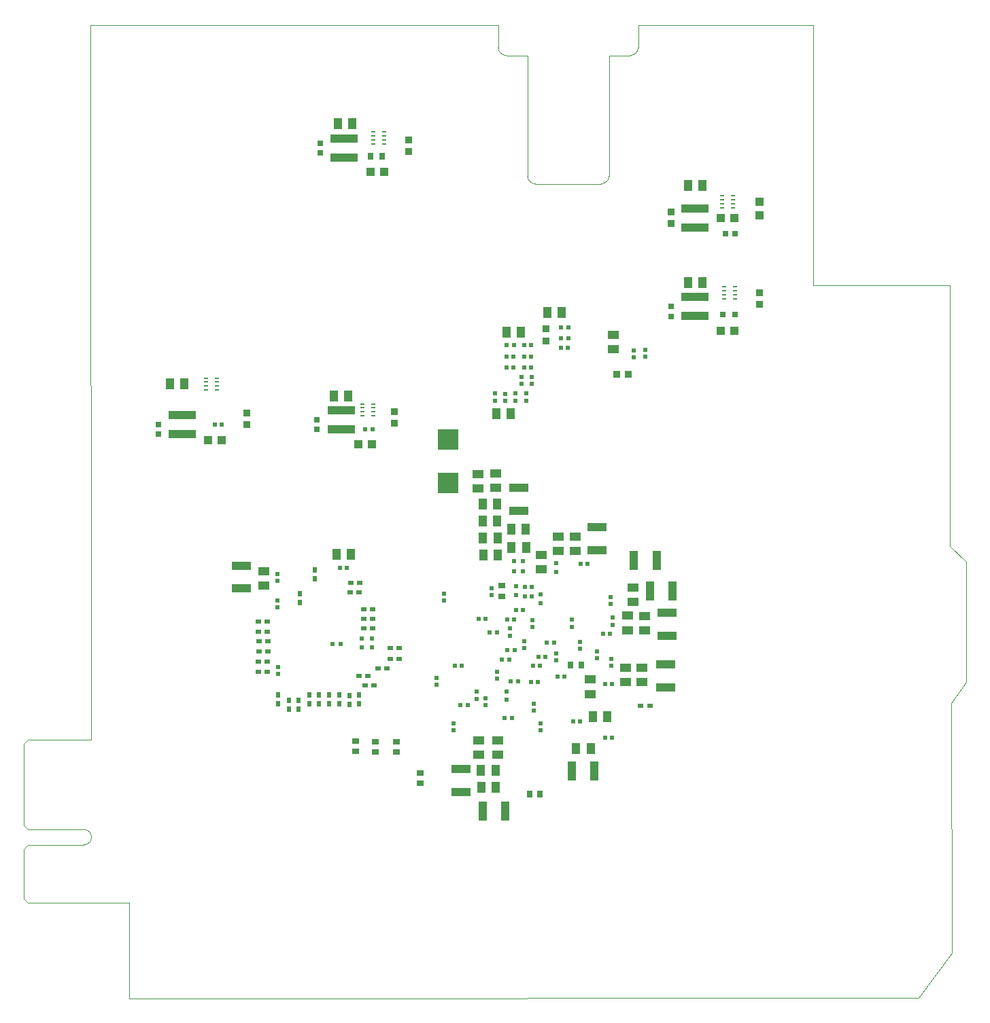
<source format=gbr>
G04 #@! TF.GenerationSoftware,KiCad,Pcbnew,(7.0.0)*
G04 #@! TF.CreationDate,2024-09-24T22:27:57+02:00*
G04 #@! TF.ProjectId,FPGA_dev_board,46504741-5f64-4657-965f-626f6172642e,rev?*
G04 #@! TF.SameCoordinates,Original*
G04 #@! TF.FileFunction,Paste,Bot*
G04 #@! TF.FilePolarity,Positive*
%FSLAX46Y46*%
G04 Gerber Fmt 4.6, Leading zero omitted, Abs format (unit mm)*
G04 Created by KiCad (PCBNEW (7.0.0)) date 2024-09-24 22:27:57*
%MOMM*%
%LPD*%
G01*
G04 APERTURE LIST*
%ADD10R,1.420000X1.080000*%
%ADD11R,0.711200X0.711200*%
%ADD12R,0.560000X0.600000*%
%ADD13R,0.700000X0.600000*%
%ADD14R,0.508000X0.609600*%
%ADD15R,1.100000X1.000000*%
%ADD16R,0.549999X0.249999*%
%ADD17R,0.600000X0.560000*%
%ADD18R,0.600000X0.700000*%
%ADD19R,2.489200X1.066800*%
%ADD20R,1.080000X1.420000*%
%ADD21R,0.812800X0.863600*%
%ADD22R,0.540000X0.600000*%
%ADD23R,0.900000X0.700000*%
%ADD24R,0.600000X0.540000*%
%ADD25R,0.609600X0.508000*%
%ADD26R,0.475000X0.500000*%
%ADD27R,0.965200X0.939800*%
%ADD28R,3.400000X0.980000*%
%ADD29R,0.490000X0.600000*%
%ADD30R,1.066800X2.489200*%
%ADD31R,0.755599X0.799998*%
%ADD32R,0.939800X0.965200*%
%ADD33R,2.499995X2.560396*%
%ADD34R,0.650000X0.900000*%
%ADD35R,0.700000X0.900000*%
%ADD36R,1.000000X1.100000*%
%ADD37R,0.660400X0.508000*%
G04 #@! TA.AperFunction,Profile*
%ADD38C,0.100000*%
G04 #@! TD*
G04 #@! TA.AperFunction,Profile*
%ADD39C,0.010000*%
G04 #@! TD*
G04 APERTURE END LIST*
D10*
X113009999Y-189704999D03*
X113009999Y-191494999D03*
D11*
X53869999Y-170568799D03*
X53869999Y-169374999D03*
D12*
X101194999Y-198329999D03*
X102064999Y-198329999D03*
D13*
X83869999Y-197269999D03*
X82769999Y-197269999D03*
D12*
X96664999Y-198729999D03*
X97534999Y-198729999D03*
D10*
X112279999Y-195024999D03*
X112279999Y-193234999D03*
D14*
X79189999Y-196063899D03*
X79189999Y-197156099D03*
D15*
X80489997Y-171830001D03*
X78789997Y-171830001D03*
D16*
X61174999Y-163609998D03*
X61174999Y-164109997D03*
X61174999Y-164609999D03*
X61174999Y-165109997D03*
X59824999Y-165109997D03*
X59824999Y-164609999D03*
X59824999Y-164109997D03*
X59824999Y-163609998D03*
D17*
X101469999Y-207514999D03*
X101469999Y-206644999D03*
D18*
X75169999Y-204219999D03*
X75169999Y-203119999D03*
D17*
X108509999Y-198534999D03*
X108509999Y-197664999D03*
D19*
X91529999Y-215202399D03*
X91529999Y-212357599D03*
D10*
X112019999Y-201534999D03*
X112019999Y-199744999D03*
D20*
X95844999Y-212539999D03*
X94054999Y-212539999D03*
D21*
X117709999Y-144348899D03*
X117709999Y-142901099D03*
D10*
X95839999Y-177314999D03*
X95839999Y-175524999D03*
D22*
X98118999Y-160914999D03*
X97254999Y-160914999D03*
D18*
X72649999Y-204209999D03*
X72649999Y-203109999D03*
D16*
X125709999Y-152214000D03*
X125709999Y-152713999D03*
X125709999Y-153214001D03*
X125709999Y-153713999D03*
X124359999Y-153713999D03*
X124359999Y-153214001D03*
X124359999Y-152713999D03*
X124359999Y-152214000D03*
D20*
X102289999Y-155434999D03*
X104079999Y-155434999D03*
D23*
X78409999Y-210169999D03*
X78409999Y-208869999D03*
D20*
X95854999Y-214649999D03*
X94064999Y-214649999D03*
D24*
X98354999Y-166406999D03*
X98354999Y-165542999D03*
D13*
X78899999Y-189099999D03*
X77799999Y-189099999D03*
X78879999Y-190309999D03*
X77779999Y-190309999D03*
D24*
X113072197Y-160998999D03*
X113072197Y-160134999D03*
D10*
X110522197Y-159981999D03*
X110522197Y-158191999D03*
D12*
X100354999Y-190849999D03*
X99484999Y-190849999D03*
X104444999Y-200799999D03*
X103574999Y-200799999D03*
D24*
X99644999Y-166406999D03*
X99644999Y-165542999D03*
D11*
X125709999Y-145624999D03*
X124516199Y-145624999D03*
D20*
X77999999Y-131924999D03*
X76209999Y-131924999D03*
D25*
X99296099Y-187669999D03*
X98203899Y-187669999D03*
D20*
X107694999Y-209789999D03*
X105904999Y-209789999D03*
D24*
X114522197Y-160950999D03*
X114522197Y-160086999D03*
D12*
X96014999Y-195309999D03*
X95144999Y-195309999D03*
D26*
X75547999Y-196739999D03*
X76571999Y-196739999D03*
D24*
X97074999Y-166416999D03*
X97074999Y-165552999D03*
D12*
X97014999Y-206019999D03*
X97884999Y-206019999D03*
X79654997Y-170010001D03*
X80524997Y-170010001D03*
D21*
X84999999Y-135372799D03*
X84999999Y-133924999D03*
D18*
X73329999Y-187509999D03*
X73329999Y-188609999D03*
D10*
X103679999Y-185164999D03*
X103679999Y-183374999D03*
D27*
X110909297Y-163134999D03*
X112407897Y-163134999D03*
D20*
X96084999Y-179279999D03*
X94294999Y-179279999D03*
D12*
X100354999Y-189629999D03*
X99484999Y-189629999D03*
D20*
X97804999Y-182419999D03*
X99594999Y-182419999D03*
D28*
X56869999Y-168189999D03*
X56869999Y-170559999D03*
D16*
X125384999Y-140874998D03*
X125384999Y-141374997D03*
X125384999Y-141874999D03*
X125384999Y-142374997D03*
X124034999Y-142374997D03*
X124034999Y-141874999D03*
X124034999Y-141374997D03*
X124034999Y-140874998D03*
D13*
X66369999Y-196409999D03*
X67469999Y-196409999D03*
D17*
X96009999Y-201084999D03*
X96009999Y-200214999D03*
D12*
X90784999Y-199419999D03*
X91654999Y-199419999D03*
D13*
X80529999Y-192439999D03*
X79429999Y-192439999D03*
D17*
X100649999Y-205034999D03*
X100649999Y-204164999D03*
X105389999Y-193734999D03*
X105389999Y-194604999D03*
D20*
X121604999Y-139624999D03*
X119814999Y-139624999D03*
D10*
X96149999Y-210594999D03*
X96149999Y-208804999D03*
D18*
X71349999Y-204889999D03*
X71349999Y-203789999D03*
D15*
X125559999Y-157713999D03*
X123859999Y-157713999D03*
D28*
X76999999Y-133739999D03*
X76999999Y-136109999D03*
X76639997Y-167645001D03*
X76639997Y-170015001D03*
D18*
X71479999Y-190489999D03*
X71479999Y-191589999D03*
D29*
X61783999Y-169374999D03*
X60869999Y-169374999D03*
D10*
X93719999Y-208754999D03*
X93719999Y-210544999D03*
D12*
X98644999Y-201439999D03*
X97774999Y-201439999D03*
D20*
X77534997Y-165830001D03*
X75744997Y-165830001D03*
D30*
X97072399Y-217569999D03*
X94227599Y-217569999D03*
D17*
X68679999Y-191334999D03*
X68679999Y-192204999D03*
D10*
X66979999Y-189474999D03*
X66979999Y-187684999D03*
D19*
X117209999Y-195712399D03*
X117209999Y-192867599D03*
X64219999Y-189822399D03*
X64219999Y-186977599D03*
D13*
X80539999Y-194839999D03*
X79439999Y-194839999D03*
D10*
X107649999Y-202984999D03*
X107649999Y-201194999D03*
D12*
X102254999Y-196589999D03*
X103124999Y-196589999D03*
D17*
X88549999Y-201864999D03*
X88549999Y-200994999D03*
D30*
X113087599Y-186349999D03*
X115932399Y-186349999D03*
D12*
X106384999Y-206429999D03*
X105514999Y-206429999D03*
D13*
X82359999Y-199759999D03*
X81259999Y-199759999D03*
D10*
X114379999Y-195054999D03*
X114379999Y-193264999D03*
D13*
X83849999Y-198609999D03*
X82749999Y-198609999D03*
D18*
X73899999Y-204209999D03*
X73899999Y-203109999D03*
D10*
X93689999Y-177334999D03*
X93689999Y-175544999D03*
D31*
X124138608Y-155713999D03*
X125694206Y-155713999D03*
D10*
X114109999Y-201534999D03*
X114109999Y-199744999D03*
D18*
X70129999Y-204889999D03*
X70129999Y-203789999D03*
D32*
X102174999Y-157485699D03*
X102174999Y-158984299D03*
D23*
X83499999Y-210229999D03*
X83499999Y-208929999D03*
D13*
X66339999Y-200199999D03*
X67439999Y-200199999D03*
D12*
X77354999Y-187239999D03*
X76484999Y-187239999D03*
D24*
X99064999Y-164356999D03*
X99064999Y-163492999D03*
D20*
X77834999Y-185569999D03*
X76044999Y-185569999D03*
D18*
X68789999Y-204189999D03*
X68789999Y-203089999D03*
D20*
X57094999Y-164359999D03*
X55304999Y-164359999D03*
D14*
X80469999Y-196063899D03*
X80469999Y-197156099D03*
D17*
X93499999Y-203574999D03*
X93499999Y-202704999D03*
D30*
X108182399Y-212569999D03*
X105337599Y-212569999D03*
D12*
X97284999Y-193699999D03*
X98154999Y-193699999D03*
X99436999Y-160924999D03*
X100306999Y-160924999D03*
D17*
X68679999Y-188904999D03*
X68679999Y-188034999D03*
D20*
X97759999Y-168074999D03*
X95969999Y-168074999D03*
D22*
X99454999Y-162304999D03*
X100318999Y-162304999D03*
D20*
X99654999Y-184689999D03*
X97864999Y-184689999D03*
D11*
X117709999Y-155907799D03*
X117709999Y-154713999D03*
D16*
X81999999Y-132924998D03*
X81999999Y-133424997D03*
X81999999Y-133924999D03*
X81999999Y-134424997D03*
X80649999Y-134424997D03*
X80649999Y-133924999D03*
X80649999Y-133424997D03*
X80649999Y-132924998D03*
D18*
X76399999Y-204229999D03*
X76399999Y-203129999D03*
D17*
X94599999Y-203534999D03*
X94599999Y-204404999D03*
X99399999Y-196394999D03*
X99399999Y-197264999D03*
D12*
X98224999Y-197499999D03*
X97354999Y-197499999D03*
D20*
X96094999Y-183519999D03*
X94304999Y-183519999D03*
D17*
X110449999Y-194344999D03*
X110449999Y-193474999D03*
D33*
X89939999Y-176652193D03*
X89939999Y-171307805D03*
D14*
X97189999Y-203736099D03*
X97189999Y-202643899D03*
D12*
X100294999Y-201509999D03*
X101164999Y-201509999D03*
D21*
X64869999Y-169374999D03*
X64869999Y-167927199D03*
D20*
X109794999Y-205839999D03*
X108004999Y-205839999D03*
D23*
X96649999Y-189509999D03*
X96649999Y-190809999D03*
D13*
X80539999Y-193629999D03*
X79439999Y-193629999D03*
D17*
X68769999Y-200514999D03*
X68769999Y-199644999D03*
D10*
X101569999Y-187434999D03*
X101569999Y-185644999D03*
D14*
X98419999Y-190656099D03*
X98419999Y-189563899D03*
D11*
X73639997Y-170023801D03*
X73639997Y-168830001D03*
D17*
X95784999Y-166409999D03*
X95784999Y-165539999D03*
D20*
X96084999Y-181399999D03*
X94294999Y-181399999D03*
D14*
X101439999Y-191646099D03*
X101439999Y-190553899D03*
D15*
X61719999Y-171374999D03*
X60019999Y-171374999D03*
D12*
X94634999Y-193599999D03*
X93764999Y-193599999D03*
D10*
X105749999Y-185154999D03*
X105749999Y-183364999D03*
D17*
X89449999Y-191374999D03*
X89449999Y-190504999D03*
D19*
X108449999Y-185072399D03*
X108449999Y-182227599D03*
D22*
X98118999Y-162334999D03*
X97254999Y-162334999D03*
D34*
X80274999Y-135924999D03*
X81724999Y-135924999D03*
D23*
X86449999Y-212799999D03*
X86449999Y-214099999D03*
D12*
X100494999Y-199489999D03*
X101364999Y-199489999D03*
D17*
X90639999Y-207504999D03*
X90639999Y-206634999D03*
D35*
X101369999Y-215489999D03*
X100069999Y-215489999D03*
D36*
X128709999Y-141624999D03*
X128709999Y-143324999D03*
D11*
X73999999Y-135521899D03*
X73999999Y-134328099D03*
D13*
X66349999Y-198939999D03*
X67449999Y-198939999D03*
D35*
X105209999Y-199339999D03*
X106509999Y-199339999D03*
D12*
X98414999Y-192509999D03*
X99284999Y-192509999D03*
D13*
X66359999Y-195199999D03*
X67459999Y-195199999D03*
D20*
X99021999Y-157884999D03*
X97231999Y-157884999D03*
D17*
X100439999Y-194664999D03*
X100439999Y-193794999D03*
D12*
X98136999Y-159534999D03*
X97266999Y-159534999D03*
D14*
X103399999Y-187776099D03*
X103399999Y-186683899D03*
D37*
X113951199Y-204459999D03*
X115068799Y-204459999D03*
D17*
X103399999Y-197904999D03*
X103399999Y-198774999D03*
D22*
X104017999Y-159839999D03*
X104881999Y-159839999D03*
D15*
X81999999Y-137924999D03*
X80299999Y-137924999D03*
D25*
X99286099Y-186389999D03*
X98193899Y-186389999D03*
D12*
X104041615Y-157274999D03*
X104911615Y-157274999D03*
D17*
X110199999Y-191794999D03*
X110199999Y-190924999D03*
D19*
X98729999Y-180152399D03*
X98729999Y-177307599D03*
D13*
X66359999Y-193929999D03*
X67459999Y-193929999D03*
X80709999Y-201929999D03*
X79609999Y-201929999D03*
D16*
X80639997Y-166830000D03*
X80639997Y-167329999D03*
X80639997Y-167830001D03*
X80639997Y-168329999D03*
X79289997Y-168329999D03*
X79289997Y-167830001D03*
X79289997Y-167329999D03*
X79289997Y-166830000D03*
D12*
X107314999Y-186789999D03*
X106444999Y-186789999D03*
D21*
X83259997Y-169203901D03*
X83259997Y-167756101D03*
D23*
X80869999Y-210209999D03*
X80869999Y-208909999D03*
D20*
X121604999Y-151713999D03*
X119814999Y-151713999D03*
D24*
X100324999Y-164366999D03*
X100324999Y-163502999D03*
D12*
X110354999Y-208409999D03*
X109484999Y-208409999D03*
D18*
X78859999Y-204239999D03*
X78859999Y-203139999D03*
X77629999Y-204249999D03*
X77629999Y-203149999D03*
D13*
X66369999Y-197679999D03*
X67469999Y-197679999D03*
D17*
X110269999Y-198574999D03*
X110269999Y-199444999D03*
D12*
X110094999Y-195489999D03*
X109224999Y-195489999D03*
D20*
X96114999Y-185669999D03*
X94324999Y-185669999D03*
D28*
X120709999Y-153528999D03*
X120709999Y-155898999D03*
D13*
X79939999Y-200749999D03*
X78839999Y-200749999D03*
D12*
X109484999Y-201779999D03*
X110354999Y-201779999D03*
D22*
X104032999Y-158624999D03*
X104896999Y-158624999D03*
D12*
X92364999Y-204399999D03*
X91494999Y-204399999D03*
D17*
X95349999Y-190684999D03*
X95349999Y-189814999D03*
D28*
X120709999Y-142439999D03*
X120709999Y-144809999D03*
D15*
X125559999Y-143624999D03*
X123859999Y-143624999D03*
D12*
X99436999Y-159534999D03*
X100306999Y-159534999D03*
D30*
X115077599Y-190159999D03*
X117922399Y-190159999D03*
D17*
X106339999Y-196474999D03*
X106339999Y-197344999D03*
X97639999Y-195704999D03*
X97639999Y-194834999D03*
D21*
X128709999Y-154437899D03*
X128709999Y-152990099D03*
D19*
X117039999Y-202142399D03*
X117039999Y-199297599D03*
D38*
X152700000Y-235280000D02*
X152630000Y-204100000D01*
X96204000Y-119620000D02*
X45860000Y-119590000D01*
X45540000Y-228990000D02*
X50225000Y-228990000D01*
X135440000Y-119660000D02*
X135410000Y-152050000D01*
X135440000Y-119660000D02*
X113624000Y-119620000D01*
X50225000Y-228990000D02*
X50225000Y-240910000D01*
X45540000Y-208690000D02*
X45400000Y-119590000D01*
X154470000Y-186520000D02*
X152470000Y-184520000D01*
X152700000Y-235280000D02*
X148580000Y-240850000D01*
X135410000Y-152050000D02*
X152350000Y-152040000D01*
X152630000Y-204100000D02*
X154470000Y-201520000D01*
X148580000Y-240850000D02*
X50225000Y-240910000D01*
X45400000Y-119590000D02*
X45860000Y-119590000D01*
X152470000Y-184520000D02*
X152450000Y-152170000D01*
X152450000Y-152040000D02*
X152450000Y-152170000D01*
X152350000Y-152040000D02*
X152450000Y-152040000D01*
X154470000Y-201520000D02*
X154470000Y-186520000D01*
D39*
X113624000Y-119620000D02*
X113624000Y-122410000D01*
X112634000Y-123400000D02*
X109994000Y-123400000D01*
X109994000Y-123400000D02*
X109994000Y-138410000D01*
X109004000Y-139400000D02*
X100824000Y-139400000D01*
X99834000Y-138410000D02*
X99834000Y-123400000D01*
X99834000Y-123400000D02*
X97194000Y-123400000D01*
X96204000Y-122410000D02*
X96204000Y-119620000D01*
X112634000Y-123400000D02*
G75*
G03*
X113624000Y-122410000I1J989999D01*
G01*
X109004000Y-139400000D02*
G75*
G03*
X109994000Y-138410000I1J989999D01*
G01*
X99834000Y-138410000D02*
G75*
G03*
X100824000Y-139400000I990000J0D01*
G01*
X96204000Y-122410000D02*
G75*
G03*
X97194000Y-123400000I990000J0D01*
G01*
D38*
X45540000Y-208690000D02*
X37640000Y-208690000D01*
X37640000Y-208690000D02*
X37140000Y-209190000D01*
X37140000Y-209190000D02*
X37140000Y-219390000D01*
X44590000Y-219890000D02*
X37640000Y-219890000D01*
X37640000Y-219890000D02*
X37140000Y-219390000D01*
X44590000Y-221790000D02*
X37640000Y-221790000D01*
X37640000Y-221790000D02*
X37140000Y-222290000D01*
X37140000Y-222290000D02*
X37140000Y-228490000D01*
X45540000Y-228990000D02*
X37640000Y-228990000D01*
X37640000Y-228990000D02*
X37140000Y-228490000D01*
X44590000Y-221790000D02*
G75*
G03*
X44590000Y-219890000I0J950000D01*
G01*
M02*

</source>
